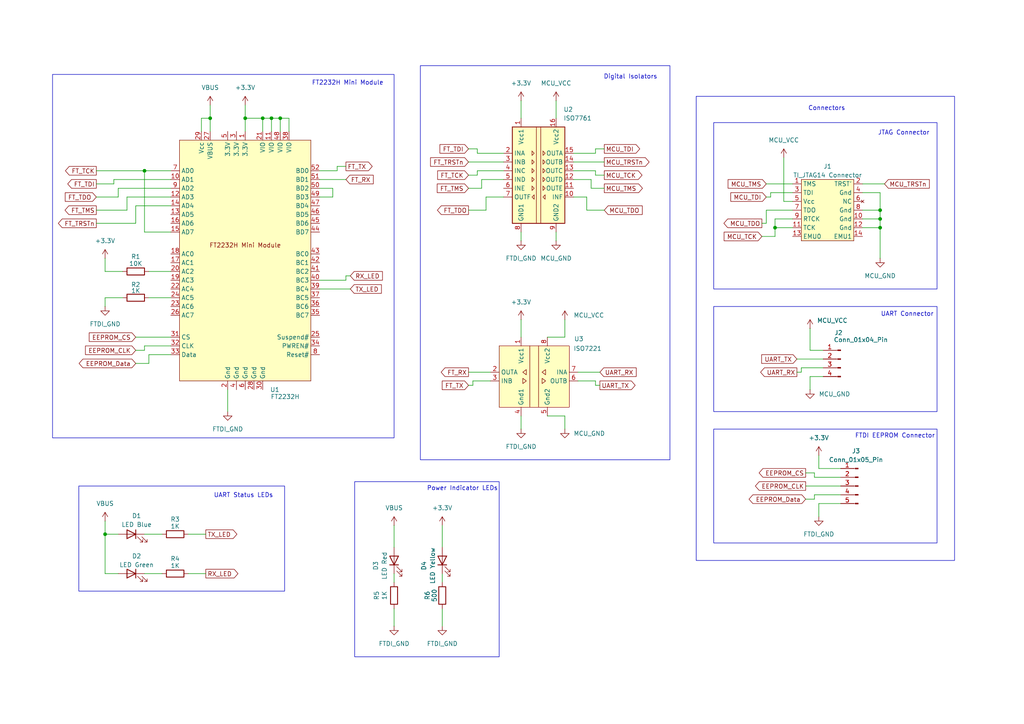
<source format=kicad_sch>
(kicad_sch (version 20250114) (generator "eeschema") (generator_version "9.0")
  (paper "A4")
  (lib_symbols
    (symbol "Connector:Conn_01x04_Pin" (pin_names (offset 1.016) (hide yes))
      (property "Reference" "J" (at 0 5.08 0))
      (property "Value" "Conn_01x04_Pin" (at 0 -7.62 0))
      (symbol "Conn_01x04_Pin_1_1"
        (rectangle (start 0.8636 2.667) (end 0 2.413) (stroke (width 0.1524)) (fill (type outline)))
        (rectangle (start 0.8636 0.127) (end 0 -0.127) (stroke (width 0.1524)) (fill (type outline)))
        (rectangle (start 0.8636 -2.413) (end 0 -2.667) (stroke (width 0.1524)) (fill (type outline)))
        (rectangle (start 0.8636 -4.953) (end 0 -5.207) (stroke (width 0.1524)) (fill (type outline)))
        (polyline (pts (xy 1.27 2.54) (xy 0.8636 2.54)) (stroke (width 0.1524)))
        (polyline (pts (xy 1.27 0) (xy 0.8636 0)) (stroke (width 0.1524)))
        (polyline (pts (xy 1.27 -2.54) (xy 0.8636 -2.54)) (stroke (width 0.1524)))
        (polyline (pts (xy 1.27 -5.08) (xy 0.8636 -5.08)) (stroke (width 0.1524)))
        (pin passive line (at 5.08 2.54 180) (length 3.81) (name "Pin_1") (number "1"))
        (pin passive line (at 5.08 0 180) (length 3.81) (name "Pin_2") (number "2"))
        (pin passive line (at 5.08 -2.54 180) (length 3.81) (name "Pin_3") (number "3"))
        (pin passive line (at 5.08 -5.08 180) (length 3.81) (name "Pin_4") (number "4"))
      )
    )
    (symbol "Connector:Conn_01x05_Pin" (pin_names (offset 1.016) (hide yes))
      (property "Reference" "J" (at 0 7.62 0))
      (property "Value" "Conn_01x05_Pin" (at 0 -7.62 0))
      (symbol "Conn_01x05_Pin_1_1"
        (rectangle (start 0.8636 5.207) (end 0 4.953) (stroke (width 0.1524)) (fill (type outline)))
        (rectangle (start 0.8636 2.667) (end 0 2.413) (stroke (width 0.1524)) (fill (type outline)))
        (rectangle (start 0.8636 0.127) (end 0 -0.127) (stroke (width 0.1524)) (fill (type outline)))
        (rectangle (start 0.8636 -2.413) (end 0 -2.667) (stroke (width 0.1524)) (fill (type outline)))
        (rectangle (start 0.8636 -4.953) (end 0 -5.207) (stroke (width 0.1524)) (fill (type outline)))
        (polyline (pts (xy 1.27 5.08) (xy 0.8636 5.08)) (stroke (width 0.1524)))
        (polyline (pts (xy 1.27 2.54) (xy 0.8636 2.54)) (stroke (width 0.1524)))
        (polyline (pts (xy 1.27 0) (xy 0.8636 0)) (stroke (width 0.1524)))
        (polyline (pts (xy 1.27 -2.54) (xy 0.8636 -2.54)) (stroke (width 0.1524)))
        (polyline (pts (xy 1.27 -5.08) (xy 0.8636 -5.08)) (stroke (width 0.1524)))
        (pin passive line (at 5.08 5.08 180) (length 3.81) (name "Pin_1") (number "1"))
        (pin passive line (at 5.08 2.54 180) (length 3.81) (name "Pin_2") (number "2"))
        (pin passive line (at 5.08 0 180) (length 3.81) (name "Pin_3") (number "3"))
        (pin passive line (at 5.08 -2.54 180) (length 3.81) (name "Pin_4") (number "4"))
        (pin passive line (at 5.08 -5.08 180) (length 3.81) (name "Pin_5") (number "5"))
      )
    )
    (symbol "Connector:Conn_TI_JTAG14"
      (property "Reference" "J" (at 0 0 0))
      (symbol "Conn_TI_JTAG14_1_1"
        (rectangle (start 2.54 29.21) (end 17.78 11.43) (fill (type background)))
        (pin output line (at 0 27.94 0) (length 2.54) (name "TMS") (number "1"))
        (pin output line (at 0 25.4 0) (length 2.54) (name "TDI") (number "3"))
        (pin power_in line (at 0 22.86 0) (length 2.54) (name "Vcc") (number "5"))
        (pin input line (at 0 20.32 0) (length 2.54) (name "TDO") (number "7"))
        (pin input line (at 0 17.78 0) (length 2.54) (name "RTCK") (number "9"))
        (pin output line (at 0 15.24 0) (length 2.54) (name "TCK") (number "11"))
        (pin input line (at 0 12.7 0) (length 2.54) (name "EMU0") (number "13"))
        (pin output line (at 20.32 27.94 180) (length 2.54) (name "TRST'") (number "2"))
        (pin power_in line (at 20.32 25.4 180) (length 2.54) (name "Gnd") (number "4"))
        (pin no_connect line (at 20.32 22.86 180) (length 2.54) (name "NC") (number "6"))
        (pin power_in line (at 20.32 20.32 180) (length 2.54) (name "Gnd") (number "8"))
        (pin power_in line (at 20.32 17.78 180) (length 2.54) (name "Gnd") (number "10"))
        (pin power_in line (at 20.32 15.24 180) (length 2.54) (name "Gnd") (number "12"))
        (pin input line (at 20.32 12.7 180) (length 2.54) (name "EMU1") (number "14"))
      )
    )
    (symbol "Device:LED" (pin_numbers (hide yes)) (pin_names (offset 1.016) (hide yes))
      (property "Reference" "D" (at 0 2.54 0))
      (property "Value" "LED" (at 0 -2.54 0))
      (symbol "LED_0_1"
        (polyline (pts (xy -3.048 -0.762) (xy -4.572 -2.286) (xy -3.81 -2.286) (xy -4.572 -2.286) (xy -4.572 -1.524)))
        (polyline (pts (xy -1.778 -0.762) (xy -3.302 -2.286) (xy -2.54 -2.286) (xy -3.302 -2.286) (xy -3.302 -1.524)))
        (polyline (pts (xy -1.27 0) (xy 1.27 0)))
        (polyline (pts (xy -1.27 -1.27) (xy -1.27 1.27)) (stroke (width 0.254)))
        (polyline (pts (xy 1.27 -1.27) (xy 1.27 1.27) (xy -1.27 0) (xy 1.27 -1.27)) (stroke (width 0.254)))
      )
      (symbol "LED_1_1"
        (pin passive line (at -3.81 0 0) (length 2.54) (name "K") (number "1"))
        (pin passive line (at 3.81 0 180) (length 2.54) (name "A") (number "2"))
      )
    )
    (symbol "Device:R" (pin_numbers (hide yes)) (pin_names (offset 0))
      (property "Reference" "R" (at 2.032 0 90))
      (property "Value" "R" (at 0 0 90))
      (symbol "R_0_1"
        (rectangle (start -1.016 -2.54) (end 1.016 2.54) (stroke (width 0.254)))
      )
      (symbol "R_1_1"
        (pin passive line (at 0 3.81 270) (length 1.27) (name "~") (number "1"))
        (pin passive line (at 0 -3.81 90) (length 1.27) (name "~") (number "2"))
      )
    )
    (symbol "FT2232H_Mini_Module:FT2232H_Mini_Module"
      (property "Reference" "U" (at 54.61 -67.31 0))
      (symbol "FT2232H_Mini_Module_1_1"
        (rectangle (start 34.29 15.24) (end 72.39 -54.61) (fill (type background)))
        (text "FT2232H Mini Module" (at 53.34 -15.24 0) (effects (font (size 1.27 1.27))))
        (pin bidirectional line (at 31.75 6.35 0) (length 2.54) (name "AD0") (number "7"))
        (pin bidirectional line (at 31.75 3.81 0) (length 2.54) (name "AD1") (number "10"))
        (pin bidirectional line (at 31.75 1.27 0) (length 2.54) (name "AD2") (number "9"))
        (pin bidirectional line (at 31.75 -1.27 0) (length 2.54) (name "AD3") (number "12"))
        (pin bidirectional line (at 31.75 -3.81 0) (length 2.54) (name "AD4") (number "14"))
        (pin bidirectional line (at 31.75 -6.35 0) (length 2.54) (name "AD5") (number "13"))
        (pin bidirectional line (at 31.75 -8.89 0) (length 2.54) (name "AD6") (number "16"))
        (pin bidirectional line (at 31.75 -11.43 0) (length 2.54) (name "AD7") (number "15"))
        (pin bidirectional line (at 31.75 -17.78 0) (length 2.54) (name "AC0") (number "18"))
        (pin bidirectional line (at 31.75 -20.32 0) (length 2.54) (name "AC1") (number "17"))
        (pin bidirectional line (at 31.75 -22.86 0) (length 2.54) (name "AC2") (number "20"))
        (pin bidirectional line (at 31.75 -25.4 0) (length 2.54) (name "AC3") (number "19"))
        (pin bidirectional line (at 31.75 -27.94 0) (length 2.54) (name "AC4") (number "22"))
        (pin bidirectional line (at 31.75 -30.48 0) (length 2.54) (name "AC5") (number "24"))
        (pin bidirectional line (at 31.75 -33.02 0) (length 2.54) (name "AC6") (number "23"))
        (pin bidirectional line (at 31.75 -35.56 0) (length 2.54) (name "AC7") (number "26"))
        (pin bidirectional line (at 31.75 -41.91 0) (length 2.54) (name "CS") (number "31"))
        (pin output line (at 31.75 -44.45 0) (length 2.54) (name "CLK") (number "32"))
        (pin bidirectional line (at 31.75 -46.99 0) (length 2.54) (name "Data") (number "33"))
        (pin power_in line (at 40.64 17.78 270) (length 2.54) (name "Vcc") (number "29"))
        (pin power_in line (at 43.18 17.78 270) (length 2.54) (name "VBUS") (number "27"))
        (pin power_in line (at 48.26 17.78 270) (length 2.54) (name "3.3V") (number "5"))
        (pin power_in line (at 48.26 -57.15 90) (length 2.54) (name "Gnd") (number "2"))
        (pin power_in line (at 50.8 17.78 270) (length 2.54) (name "3.3V") (number "3"))
        (pin power_in line (at 50.8 -57.15 90) (length 2.54) (name "Gnd") (number "4"))
        (pin power_in line (at 53.34 17.78 270) (length 2.54) (name "3.3V") (number "1"))
        (pin power_in line (at 53.34 -57.15 90) (length 2.54) (name "Gnd") (number "6"))
        (pin power_in line (at 55.88 -57.15 90) (length 2.54) (name "Gnd") (number "28"))
        (pin power_in line (at 58.42 17.78 270) (length 2.54) (name "VIO") (number "21"))
        (pin power_in line (at 58.42 -57.15 90) (length 2.54) (name "Gnd") (number "30"))
        (pin power_in line (at 60.96 17.78 270) (length 2.54) (name "VIO") (number "11"))
        (pin power_in line (at 63.5 17.78 270) (length 2.54) (name "VIO") (number "48"))
        (pin power_in line (at 66.04 17.78 270) (length 2.54) (name "VIO") (number "38"))
        (pin bidirectional line (at 74.93 6.35 180) (length 2.54) (name "BD0") (number "52"))
        (pin bidirectional line (at 74.93 3.81 180) (length 2.54) (name "BD1") (number "51"))
        (pin bidirectional line (at 74.93 1.27 180) (length 2.54) (name "BD2") (number "50"))
        (pin bidirectional line (at 74.93 -1.27 180) (length 2.54) (name "BD3") (number "49"))
        (pin bidirectional line (at 74.93 -3.81 180) (length 2.54) (name "BD4") (number "47"))
        (pin bidirectional line (at 74.93 -6.35 180) (length 2.54) (name "BD5") (number "46"))
        (pin bidirectional line (at 74.93 -8.89 180) (length 2.54) (name "BD6") (number "45"))
        (pin bidirectional line (at 74.93 -11.43 180) (length 2.54) (name "BD7") (number "44"))
        (pin bidirectional line (at 74.93 -17.78 180) (length 2.54) (name "BC0") (number "43"))
        (pin bidirectional line (at 74.93 -20.32 180) (length 2.54) (name "BC1") (number "42"))
        (pin bidirectional line (at 74.93 -22.86 180) (length 2.54) (name "BC2") (number "41"))
        (pin bidirectional line (at 74.93 -25.4 180) (length 2.54) (name "BC3") (number "40"))
        (pin bidirectional line (at 74.93 -27.94 180) (length 2.54) (name "BC4") (number "39"))
        (pin bidirectional line (at 74.93 -30.48 180) (length 2.54) (name "BC5") (number "37"))
        (pin bidirectional line (at 74.93 -33.02 180) (length 2.54) (name "BC6") (number "36"))
        (pin bidirectional line (at 74.93 -35.56 180) (length 2.54) (name "BC7") (number "35"))
        (pin output line (at 74.93 -41.91 180) (length 2.54) (name "Suspend#") (number "25"))
        (pin output line (at 74.93 -44.45 180) (length 2.54) (name "PWREN#") (number "34"))
        (pin input line (at 74.93 -46.99 180) (length 2.54) (name "Reset#") (number "8"))
      )
    )
    (symbol "Isolator:ISO7221"
      (property "Reference" "U" (at 0 0 0))
      (symbol "ISO7221_1_1"
        (rectangle (start 2.54 13.97) (end 22.86 -3.81) (fill (type background)))
        (polyline (pts (xy 8.89 3.81) (xy 8.89 3.81)))
        (polyline (pts (xy 9.398 6.35) (xy 10.414 7.112) (xy 10.414 5.588) (xy 9.398 6.35)))
        (polyline (pts (xy 10.414 3.81) (xy 9.398 4.572) (xy 9.398 3.048) (xy 10.414 3.81)))
        (polyline (pts (xy 11.43 -3.81) (xy 11.43 13.97)))
        (polyline (pts (xy 13.97 13.97) (xy 13.97 -3.81)))
        (polyline (pts (xy 14.478 3.81) (xy 14.478 3.81)))
        (polyline (pts (xy 14.986 6.35) (xy 16.002 7.112) (xy 16.002 5.588) (xy 14.986 6.35)))
        (polyline (pts (xy 16.002 3.81) (xy 14.986 4.572) (xy 14.986 3.048) (xy 16.002 3.81)))
        (pin output line (at 0 6.35 0) (length 2.54) (name "OUTA") (number "2"))
        (pin input line (at 0 3.81 0) (length 2.54) (name "INB") (number "3"))
        (pin power_in line (at 8.89 16.51 270) (length 2.54) (name "Vcc1") (number "1"))
        (pin power_in line (at 8.89 -6.35 90) (length 2.54) (name "Gnd1") (number "4"))
        (pin power_in line (at 16.51 16.51 270) (length 2.54) (name "Vcc2") (number "8"))
        (pin power_in line (at 16.51 -6.35 90) (length 2.54) (name "Gnd2") (number "5"))
        (pin input line (at 25.4 6.35 180) (length 2.54) (name "INA") (number "7"))
        (pin output line (at 25.4 3.81 180) (length 2.54) (name "OUTB") (number "6"))
      )
    )
    (symbol "Isolator:ISO7761DBQ"
      (property "Reference" "U" (at 8.255 14.605 0))
      (property "Value" "ISO7761DBQ" (at 8.255 12.065 0))
      (symbol "ISO7761DBQ_0_1"
        (rectangle (start -7.62 15.24) (end 7.62 -12.7) (stroke (width 0.254)) (fill (type background)))
        (polyline (pts (xy -1.905 8.255) (xy -1.27 7.62) (xy -1.905 6.985) (xy -1.905 8.255)))
        (polyline (pts (xy -0.635 15.24) (xy -0.635 -12.7)))
        (polyline (pts (xy 0.635 15.24) (xy 0.635 -12.7)))
        (polyline (pts (xy 1.27 8.255) (xy 1.905 7.62) (xy 1.27 6.985) (xy 1.27 8.255)))
      )
      (symbol "ISO7761DBQ_1_1"
        (polyline (pts (xy -1.905 5.715) (xy -1.27 5.08) (xy -1.905 4.445) (xy -1.905 5.715)))
        (polyline (pts (xy -1.905 3.175) (xy -1.27 2.54) (xy -1.905 1.905) (xy -1.905 3.175)))
        (polyline (pts (xy -1.905 0.635) (xy -1.27 0) (xy -1.905 -0.635) (xy -1.905 0.635)))
        (polyline (pts (xy -1.905 -1.905) (xy -1.27 -2.54) (xy -1.905 -3.175) (xy -1.905 -1.905)))
        (polyline (pts (xy -1.27 -4.445) (xy -1.905 -5.08) (xy -1.27 -5.715) (xy -1.27 -4.445)))
        (polyline (pts (xy 1.27 5.715) (xy 1.905 5.08) (xy 1.27 4.445) (xy 1.27 5.715)))
        (polyline (pts (xy 1.27 3.175) (xy 1.905 2.54) (xy 1.27 1.905) (xy 1.27 3.175)))
        (polyline (pts (xy 1.27 0.635) (xy 1.905 0) (xy 1.27 -0.635) (xy 1.27 0.635)))
        (polyline (pts (xy 1.27 -1.905) (xy 1.905 -2.54) (xy 1.27 -3.175) (xy 1.27 -1.905)))
        (polyline (pts (xy 1.905 -4.445) (xy 1.27 -5.08) (xy 1.905 -5.715) (xy 1.905 -4.445)))
        (pin input line (at -10.16 7.62 0) (length 2.54) (name "INA") (number "2"))
        (pin input line (at -10.16 5.08 0) (length 2.54) (name "INB") (number "3"))
        (pin input line (at -10.16 2.54 0) (length 2.54) (name "INC") (number "4"))
        (pin input line (at -10.16 0 0) (length 2.54) (name "IND") (number "5"))
        (pin input line (at -10.16 -2.54 0) (length 2.54) (name "INE") (number "6"))
        (pin output line (at -10.16 -5.08 0) (length 2.54) (name "OUTF") (number "7"))
        (pin power_in line (at -5.08 17.78 270) (length 2.54) (name "Vcc1") (number "1"))
        (pin power_in line (at -5.08 -15.24 90) (length 2.54) (name "GND1") (number "8"))
        (pin power_in line (at 5.08 17.78 270) (length 2.54) (name "Vcc2") (number "16"))
        (pin power_in line (at 5.08 -15.24 90) (length 2.54) (name "GND2") (number "9"))
        (pin output line (at 10.16 7.62 180) (length 2.54) (name "OUTA") (number "15"))
        (pin output line (at 10.16 5.08 180) (length 2.54) (name "OUTB") (number "14"))
        (pin output line (at 10.16 2.54 180) (length 2.54) (name "OUTC") (number "13"))
        (pin output line (at 10.16 0 180) (length 2.54) (name "OUTD") (number "12"))
        (pin output line (at 10.16 -2.54 180) (length 2.54) (name "OUTE") (number "11"))
        (pin input line (at 10.16 -5.08 180) (length 2.54) (name "INF") (number "10"))
      )
    )
    (symbol "power:+3.3V" (power) (pin_numbers (hide yes)) (pin_names (offset 0) (hide yes))
      (property "Value" "+3.3V" (at 0 3.556 0))
      (symbol "+3.3V_0_1"
        (polyline (pts (xy -0.762 1.27) (xy 0 2.54)))
        (polyline (pts (xy 0 2.54) (xy 0.762 1.27)))
        (polyline (pts (xy 0 0) (xy 0 2.54)))
      )
      (symbol "+3.3V_1_1"
        (pin power_in line (at 0 0 90) (length 0) (name "~") (number "1"))
      )
    )
    (symbol "power:GND1" (power) (pin_numbers (hide yes)) (pin_names (offset 0) (hide yes))
      (property "Value" "GND1" (at 0 -3.81 0))
      (symbol "GND1_0_1"
        (polyline (pts (xy 0 0) (xy 0 -1.27) (xy 1.27 -1.27) (xy 0 -2.54) (xy -1.27 -1.27) (xy 0 -1.27)))
      )
      (symbol "GND1_1_1"
        (pin power_in line (at 0 0 270) (length 0) (name "~") (number "1"))
      )
    )
    (symbol "power:GND2" (power) (pin_numbers (hide yes)) (pin_names (offset 0) (hide yes))
      (property "Value" "GND2" (at 0 -3.81 0))
      (symbol "GND2_0_1"
        (polyline (pts (xy 0 0) (xy 0 -1.27) (xy 1.27 -1.27) (xy 0 -2.54) (xy -1.27 -1.27) (xy 0 -1.27)))
      )
      (symbol "GND2_1_1"
        (pin power_in line (at 0 0 270) (length 0) (name "~") (number "1"))
      )
    )
    (symbol "power:VBUS" (power) (pin_numbers (hide yes)) (pin_names (offset 0) (hide yes))
      (property "Value" "VBUS" (at 0 3.556 0))
      (symbol "VBUS_0_1"
        (polyline (pts (xy -0.762 1.27) (xy 0 2.54)))
        (polyline (pts (xy 0 2.54) (xy 0.762 1.27)))
        (polyline (pts (xy 0 0) (xy 0 2.54)))
      )
      (symbol "VBUS_1_1"
        (pin power_in line (at 0 0 90) (length 0) (name "~") (number "1"))
      )
    )
    (symbol "power:VCC" (power) (pin_numbers (hide yes)) (pin_names (offset 0) (hide yes))
      (property "Value" "VCC" (at 0 3.556 0))
      (symbol "VCC_0_1"
        (polyline (pts (xy -0.762 1.27) (xy 0 2.54)))
        (polyline (pts (xy 0 2.54) (xy 0.762 1.27)))
        (polyline (pts (xy 0 0) (xy 0 2.54)))
      )
      (symbol "VCC_1_1"
        (pin power_in line (at 0 0 90) (length 0) (name "~") (number "1"))
      )
    )
  )
  (rectangle (start 207.01 124.46) (end 271.78 157.48))
  (rectangle (start 22.86 140.97) (end 82.55 171.45))
  (rectangle (start 201.93 27.94) (end 276.86 162.56))
  (rectangle (start 121.92 19.05) (end 194.31 133.35))
  (rectangle (start 15.24 21.59) (end 114.3 127))
  (rectangle (start 207.01 88.9) (end 271.78 119.38))
  (rectangle (start 102.87 139.7) (end 144.78 190.5))
  (rectangle (start 207.01 35.56) (end 271.78 83.82))
  (text "JTAG Connector" (at 262.128 38.608 0) (effects (font (size 1.27 1.27))))
  (text "UART Connector" (at 263.144 91.186 0) (effects (font (size 1.27 1.27))))
  (text "FTDI EEPROM Connector" (at 259.588 126.492 0) (effects (font (size 1.27 1.27))))
  (text "UART Status LEDs" (at 70.612 143.764 0) (effects (font (size 1.27 1.27))))
  (text "Digital Isolators" (at 182.88 22.352 0) (effects (font (size 1.27 1.27))))
  (text "FT2232H Mini Module" (at 100.838 24.13 0) (effects (font (size 1.27 1.27))))
  (text "Connectors" (at 239.776 31.496 0) (effects (font (size 1.27 1.27))))
  (text "Power Indicator LEDs" (at 134.112 141.732 0) (effects (font (size 1.27 1.27))))
  (junction (at 255.27 66.04))
  (junction (at 71.12 34.29))
  (junction (at 255.27 63.5))
  (junction (at 81.28 34.29))
  (junction (at 255.27 60.96))
  (junction (at 30.48 154.94))
  (junction (at 76.2 34.29))
  (junction (at 78.74 34.29))
  (junction (at 41.91 49.53))
  (junction (at 224.79 66.04))
  (junction (at 60.96 34.29))
  (wire (pts (xy 39.37 101.6) (xy 41.91 101.6)))
  (wire (pts (xy 172.72 110.49) (xy 172.72 111.76)))
  (wire (pts (xy 58.42 34.29) (xy 60.96 34.29)))
  (wire (pts (xy 255.27 63.5) (xy 255.27 66.04)))
  (wire (pts (xy 49.53 67.31) (xy 41.91 67.31)))
  (wire (pts (xy 41.91 101.6) (xy 41.91 100.33)))
  (wire (pts (xy 234.95 113.03) (xy 234.95 109.22)))
  (wire (pts (xy 232.41 107.95) (xy 232.41 106.68)))
  (wire (pts (xy 163.83 120.65) (xy 158.75 120.65)))
  (wire (pts (xy 39.37 59.69) (xy 49.53 59.69)))
  (wire (pts (xy 234.95 101.6) (xy 238.76 101.6)))
  (wire (pts (xy 81.28 34.29) (xy 78.74 34.29)))
  (wire (pts (xy 30.48 166.37) (xy 30.48 154.94)))
  (wire (pts (xy 237.49 146.05) (xy 243.84 146.05)))
  (wire (pts (xy 151.13 67.31) (xy 151.13 69.85)))
  (wire (pts (xy 43.18 78.74) (xy 49.53 78.74)))
  (wire (pts (xy 135.89 43.18) (xy 138.43 43.18)))
  (wire (pts (xy 236.22 138.43) (xy 243.84 138.43)))
  (wire (pts (xy 34.29 57.15) (xy 34.29 54.61)))
  (wire (pts (xy 128.27 152.4) (xy 128.27 158.75)))
  (wire (pts (xy 229.87 60.96) (xy 222.25 60.96)))
  (wire (pts (xy 41.91 67.31) (xy 41.91 49.53)))
  (wire (pts (xy 36.83 57.15) (xy 49.53 57.15)))
  (wire (pts (xy 76.2 38.1) (xy 76.2 34.29)))
  (wire (pts (xy 137.16 110.49) (xy 142.24 110.49)))
  (wire (pts (xy 234.95 109.22) (xy 238.76 109.22)))
  (wire (pts (xy 234.95 95.25) (xy 234.95 101.6)))
  (wire (pts (xy 97.79 48.26) (xy 100.33 48.26)))
  (wire (pts (xy 27.94 64.77) (xy 39.37 64.77)))
  (wire (pts (xy 58.42 38.1) (xy 58.42 34.29)))
  (wire (pts (xy 163.83 120.65) (xy 163.83 124.46)))
  (wire (pts (xy 128.27 166.37) (xy 128.27 168.91)))
  (wire (pts (xy 128.27 176.53) (xy 128.27 181.61)))
  (wire (pts (xy 34.29 54.61) (xy 49.53 54.61)))
  (wire (pts (xy 39.37 105.41) (xy 43.18 105.41)))
  (wire (pts (xy 54.61 154.94) (xy 59.69 154.94)))
  (wire (pts (xy 233.68 137.16) (xy 236.22 137.16)))
  (wire (pts (xy 92.71 54.61) (xy 96.52 54.61)))
  (wire (pts (xy 220.98 68.58) (xy 224.79 68.58)))
  (wire (pts (xy 39.37 97.79) (xy 49.53 97.79)))
  (wire (pts (xy 163.83 92.71) (xy 163.83 97.79)))
  (wire (pts (xy 255.27 60.96) (xy 255.27 63.5)))
  (wire (pts (xy 54.61 166.37) (xy 59.69 166.37)))
  (wire (pts (xy 114.3 166.37) (xy 114.3 168.91)))
  (wire (pts (xy 92.71 52.07) (xy 100.33 52.07)))
  (wire (pts (xy 224.79 63.5) (xy 229.87 63.5)))
  (wire (pts (xy 151.13 29.21) (xy 151.13 34.29)))
  (wire (pts (xy 27.94 60.96) (xy 36.83 60.96)))
  (wire (pts (xy 250.19 63.5) (xy 255.27 63.5)))
  (wire (pts (xy 222.25 60.96) (xy 222.25 64.77)))
  (wire (pts (xy 35.56 86.36) (xy 30.48 86.36)))
  (wire (pts (xy 171.45 54.61) (xy 175.26 54.61)))
  (wire (pts (xy 138.43 43.18) (xy 138.43 44.45)))
  (wire (pts (xy 78.74 38.1) (xy 78.74 34.29)))
  (wire (pts (xy 224.79 68.58) (xy 224.79 66.04)))
  (wire (pts (xy 224.79 66.04) (xy 229.87 66.04)))
  (wire (pts (xy 232.41 106.68) (xy 238.76 106.68)))
  (wire (pts (xy 27.94 53.34) (xy 33.02 53.34)))
  (wire (pts (xy 255.27 55.88) (xy 255.27 60.96)))
  (wire (pts (xy 222.25 53.34) (xy 229.87 53.34)))
  (wire (pts (xy 140.97 57.15) (xy 146.05 57.15)))
  (wire (pts (xy 172.72 111.76) (xy 173.99 111.76)))
  (wire (pts (xy 138.43 49.53) (xy 146.05 49.53)))
  (wire (pts (xy 255.27 66.04) (xy 250.19 66.04)))
  (wire (pts (xy 224.79 66.04) (xy 224.79 63.5)))
  (wire (pts (xy 30.48 78.74) (xy 35.56 78.74)))
  (wire (pts (xy 43.18 105.41) (xy 43.18 102.87)))
  (wire (pts (xy 255.27 66.04) (xy 255.27 74.93)))
  (wire (pts (xy 96.52 57.15) (xy 92.71 57.15)))
  (wire (pts (xy 71.12 30.48) (xy 71.12 34.29)))
  (wire (pts (xy 236.22 144.78) (xy 236.22 143.51)))
  (wire (pts (xy 97.79 49.53) (xy 97.79 48.26)))
  (wire (pts (xy 167.64 110.49) (xy 172.72 110.49)))
  (wire (pts (xy 166.37 46.99) (xy 175.26 46.99)))
  (wire (pts (xy 135.89 54.61) (xy 139.7 54.61)))
  (wire (pts (xy 161.29 67.31) (xy 161.29 69.85)))
  (wire (pts (xy 27.94 57.15) (xy 34.29 57.15)))
  (wire (pts (xy 222.25 57.15) (xy 223.52 57.15)))
  (wire (pts (xy 135.89 46.99) (xy 146.05 46.99)))
  (wire (pts (xy 135.89 50.8) (xy 138.43 50.8)))
  (wire (pts (xy 92.71 83.82) (xy 101.6 83.82)))
  (wire (pts (xy 139.7 52.07) (xy 146.05 52.07)))
  (wire (pts (xy 96.52 54.61) (xy 96.52 57.15)))
  (wire (pts (xy 92.71 49.53) (xy 97.79 49.53)))
  (wire (pts (xy 231.14 104.14) (xy 238.76 104.14)))
  (wire (pts (xy 81.28 38.1) (xy 81.28 34.29)))
  (wire (pts (xy 66.04 113.03) (xy 66.04 119.38)))
  (wire (pts (xy 233.68 144.78) (xy 236.22 144.78)))
  (wire (pts (xy 171.45 52.07) (xy 171.45 54.61)))
  (wire (pts (xy 137.16 111.76) (xy 137.16 110.49)))
  (wire (pts (xy 237.49 132.08) (xy 237.49 135.89)))
  (wire (pts (xy 138.43 50.8) (xy 138.43 49.53)))
  (wire (pts (xy 250.19 60.96) (xy 255.27 60.96)))
  (wire (pts (xy 167.64 107.95) (xy 173.99 107.95)))
  (wire (pts (xy 172.72 44.45) (xy 172.72 43.18)))
  (wire (pts (xy 161.29 29.21) (xy 161.29 34.29)))
  (wire (pts (xy 101.6 80.01) (xy 100.33 80.01)))
  (wire (pts (xy 39.37 64.77) (xy 39.37 59.69)))
  (wire (pts (xy 100.33 81.28) (xy 92.71 81.28)))
  (wire (pts (xy 41.91 49.53) (xy 49.53 49.53)))
  (wire (pts (xy 170.18 60.96) (xy 175.26 60.96)))
  (wire (pts (xy 41.91 154.94) (xy 46.99 154.94)))
  (wire (pts (xy 236.22 143.51) (xy 243.84 143.51)))
  (wire (pts (xy 30.48 86.36) (xy 30.48 88.9)))
  (wire (pts (xy 233.68 140.97) (xy 243.84 140.97)))
  (wire (pts (xy 166.37 57.15) (xy 170.18 57.15)))
  (wire (pts (xy 138.43 44.45) (xy 146.05 44.45)))
  (wire (pts (xy 83.82 34.29) (xy 81.28 34.29)))
  (wire (pts (xy 100.33 80.01) (xy 100.33 81.28)))
  (wire (pts (xy 158.75 97.79) (xy 163.83 97.79)))
  (wire (pts (xy 135.89 111.76) (xy 137.16 111.76)))
  (wire (pts (xy 76.2 34.29) (xy 71.12 34.29)))
  (wire (pts (xy 71.12 34.29) (xy 71.12 38.1)))
  (wire (pts (xy 172.72 49.53) (xy 172.72 50.8)))
  (wire (pts (xy 166.37 52.07) (xy 171.45 52.07)))
  (wire (pts (xy 135.89 107.95) (xy 142.24 107.95)))
  (wire (pts (xy 30.48 74.93) (xy 30.48 78.74)))
  (wire (pts (xy 166.37 49.53) (xy 172.72 49.53)))
  (wire (pts (xy 237.49 135.89) (xy 243.84 135.89)))
  (wire (pts (xy 27.94 49.53) (xy 41.91 49.53)))
  (wire (pts (xy 166.37 44.45) (xy 172.72 44.45)))
  (wire (pts (xy 36.83 60.96) (xy 36.83 57.15)))
  (wire (pts (xy 30.48 151.13) (xy 30.48 154.94)))
  (wire (pts (xy 231.14 107.95) (xy 232.41 107.95)))
  (wire (pts (xy 33.02 52.07) (xy 49.53 52.07)))
  (wire (pts (xy 250.19 53.34) (xy 256.54 53.34)))
  (wire (pts (xy 30.48 154.94) (xy 34.29 154.94)))
  (wire (pts (xy 60.96 30.48) (xy 60.96 34.29)))
  (wire (pts (xy 237.49 149.86) (xy 237.49 146.05)))
  (wire (pts (xy 83.82 38.1) (xy 83.82 34.29)))
  (wire (pts (xy 135.89 60.96) (xy 140.97 60.96)))
  (wire (pts (xy 223.52 55.88) (xy 229.87 55.88)))
  (wire (pts (xy 250.19 55.88) (xy 255.27 55.88)))
  (wire (pts (xy 222.25 64.77) (xy 220.98 64.77)))
  (wire (pts (xy 34.29 166.37) (xy 30.48 166.37)))
  (wire (pts (xy 114.3 152.4) (xy 114.3 158.75)))
  (wire (pts (xy 78.74 34.29) (xy 76.2 34.29)))
  (wire (pts (xy 43.18 102.87) (xy 49.53 102.87)))
  (wire (pts (xy 33.02 53.34) (xy 33.02 52.07)))
  (wire (pts (xy 170.18 57.15) (xy 170.18 60.96)))
  (wire (pts (xy 43.18 86.36) (xy 49.53 86.36)))
  (wire (pts (xy 151.13 92.71) (xy 151.13 97.79)))
  (wire (pts (xy 236.22 137.16) (xy 236.22 138.43)))
  (wire (pts (xy 151.13 120.65) (xy 151.13 124.46)))
  (wire (pts (xy 172.72 50.8) (xy 175.26 50.8)))
  (wire (pts (xy 114.3 176.53) (xy 114.3 181.61)))
  (wire (pts (xy 172.72 43.18) (xy 175.26 43.18)))
  (wire (pts (xy 140.97 60.96) (xy 140.97 57.15)))
  (wire (pts (xy 223.52 57.15) (xy 223.52 55.88)))
  (wire (pts (xy 227.33 58.42) (xy 229.87 58.42)))
  (wire (pts (xy 41.91 166.37) (xy 46.99 166.37)))
  (wire (pts (xy 60.96 34.29) (xy 60.96 38.1)))
  (wire (pts (xy 139.7 54.61) (xy 139.7 52.07)))
  (wire (pts (xy 41.91 100.33) (xy 49.53 100.33)))
  (wire (pts (xy 227.33 45.72) (xy 227.33 58.42)))
  (global_label "FT_TCK" (shape output) (at 27.94 49.53 180) (property "Intersheetrefs" "${INTERSHEET_REFS}" (effects (hide yes))))
  (global_label "FT_TDI" (shape output) (at 27.94 53.34 180) (property "Intersheetrefs" "${INTERSHEET_REFS}" (effects (hide yes))))
  (global_label "FT_TDI" (shape input) (at 135.89 43.18 180) (property "Intersheetrefs" "${INTERSHEET_REFS}" (effects (hide yes))))
  (global_label "FT_TMS" (shape output) (at 27.94 60.96 180) (property "Intersheetrefs" "${INTERSHEET_REFS}" (effects (hide yes))))
  (global_label "MCU_TRSTn" (shape input) (at 256.54 53.34 0) (property "Intersheetrefs" "${INTERSHEET_REFS}" (effects (hide yes))))
  (global_label "FT_RX" (shape input) (at 100.33 52.07 0) (property "Intersheetrefs" "${INTERSHEET_REFS}" (effects (hide yes))))
  (global_label "MCU_TDO" (shape input) (at 175.26 60.96 0) (property "Intersheetrefs" "${INTERSHEET_REFS}" (effects (hide yes))))
  (global_label "MCU_TCK" (shape output) (at 175.26 50.8 0) (property "Intersheetrefs" "${INTERSHEET_REFS}" (effects (hide yes))))
  (global_label "RX_LED" (shape input) (at 101.6 80.01 0) (property "Intersheetrefs" "${INTERSHEET_REFS}" (effects (hide yes))))
  (global_label "UART_RX" (shape input) (at 173.99 107.95 0) (property "Intersheetrefs" "${INTERSHEET_REFS}" (effects (hide yes))))
  (global_label "EEPROM_CLK" (shape input) (at 39.37 101.6 180) (property "Intersheetrefs" "${INTERSHEET_REFS}" (effects (hide yes))))
  (global_label "MCU_TCK" (shape input) (at 220.98 68.58 180) (property "Intersheetrefs" "${INTERSHEET_REFS}" (effects (hide yes))))
  (global_label "FT_TX" (shape input) (at 135.89 111.76 180) (property "Intersheetrefs" "${INTERSHEET_REFS}" (effects (hide yes))))
  (global_label "MCU_TRSTn" (shape output) (at 175.26 46.99 0) (property "Intersheetrefs" "${INTERSHEET_REFS}" (effects (hide yes))))
  (global_label "MCU_TDI" (shape output) (at 175.26 43.18 0) (property "Intersheetrefs" "${INTERSHEET_REFS}" (effects (hide yes))))
  (global_label "MCU_TDO" (shape output) (at 220.98 64.77 180) (property "Intersheetrefs" "${INTERSHEET_REFS}" (effects (hide yes))))
  (global_label "UART_RX" (shape output) (at 231.14 107.95 180) (property "Intersheetrefs" "${INTERSHEET_REFS}" (effects (hide yes))))
  (global_label "MCU_TMS" (shape input) (at 222.25 53.34 180) (property "Intersheetrefs" "${INTERSHEET_REFS}" (effects (hide yes))))
  (global_label "FT_TRSTn" (shape output) (at 27.94 64.77 180) (property "Intersheetrefs" "${INTERSHEET_REFS}" (effects (hide yes))))
  (global_label "FT_TX" (shape output) (at 100.33 48.26 0) (property "Intersheetrefs" "${INTERSHEET_REFS}" (effects (hide yes))))
  (global_label "MCU_TMS" (shape output) (at 175.26 54.61 0) (property "Intersheetrefs" "${INTERSHEET_REFS}" (effects (hide yes))))
  (global_label "UART_TX" (shape output) (at 173.99 111.76 0) (property "Intersheetrefs" "${INTERSHEET_REFS}" (effects (hide yes))))
  (global_label "FT_TDO" (shape input) (at 27.94 57.15 180) (property "Intersheetrefs" "${INTERSHEET_REFS}" (effects (hide yes))))
  (global_label "RX_LED" (shape output) (at 59.69 166.37 0) (property "Intersheetrefs" "${INTERSHEET_REFS}" (effects (hide yes))))
  (global_label "FT_RX" (shape output) (at 135.89 107.95 180) (property "Intersheetrefs" "${INTERSHEET_REFS}" (effects (hide yes))))
  (global_label "TX_LED" (shape output) (at 59.69 154.94 0) (property "Intersheetrefs" "${INTERSHEET_REFS}" (effects (hide yes))))
  (global_label "MCU_TDI" (shape input) (at 222.25 57.15 180) (property "Intersheetrefs" "${INTERSHEET_REFS}" (effects (hide yes))))
  (global_label "FT_TRSTn" (shape input) (at 135.89 46.99 180) (property "Intersheetrefs" "${INTERSHEET_REFS}" (effects (hide yes))))
  (global_label "UART_TX" (shape input) (at 231.14 104.14 180) (property "Intersheetrefs" "${INTERSHEET_REFS}" (effects (hide yes))))
  (global_label "FT_TCK" (shape input) (at 135.89 50.8 180) (property "Intersheetrefs" "${INTERSHEET_REFS}" (effects (hide yes))))
  (global_label "TX_LED" (shape input) (at 101.6 83.82 0) (property "Intersheetrefs" "${INTERSHEET_REFS}" (effects (hide yes))))
  (global_label "FT_TDO" (shape output) (at 135.89 60.96 180) (property "Intersheetrefs" "${INTERSHEET_REFS}" (effects (hide yes))))
  (global_label "EEPROM_Data" (shape bidirectional) (at 39.37 105.41 180) (property "Intersheetrefs" "${INTERSHEET_REFS}" (effects (hide yes))))
  (global_label "EEPROM_Data" (shape bidirectional) (at 233.68 144.78 180) (property "Intersheetrefs" "${INTERSHEET_REFS}" (effects (hide yes))))
  (global_label "EEPROM_CS" (shape output) (at 233.68 137.16 180) (property "Intersheetrefs" "${INTERSHEET_REFS}" (effects (hide yes))))
  (global_label "EEPROM_CS" (shape input) (at 39.37 97.79 180) (property "Intersheetrefs" "${INTERSHEET_REFS}" (effects (hide yes))))
  (global_label "EEPROM_CLK" (shape output) (at 233.68 140.97 180) (property "Intersheetrefs" "${INTERSHEET_REFS}" (effects (hide yes))))
  (global_label "FT_TMS" (shape input) (at 135.89 54.61 180) (property "Intersheetrefs" "${INTERSHEET_REFS}" (effects (hide yes))))
  (symbol (lib_id "Device:R") (at 50.8 166.37 270) (unit 1)
    (property "Reference" "R4" (at 50.8 162.052 90))
    (property "Value" "1K" (at 50.8 164.084 90))
    (property "Footprint" "Resistor_THT:R_Axial_DIN0207_L6.3mm_D2.5mm_P10.16mm_Horizontal" (effects (hide yes)))
    (property "Description" "Resistor" (effects (hide yes)))
  )
  (symbol (lib_id "power:GND1") (at 151.13 69.85 0) (unit 1)
    (property "Reference" "#PWR04" (effects (hide yes)))
    (property "Value" "FTDI_GND" (at 151.13 74.93 0))
    (property "Description" "Power symbol creates a global label with name \"GND1\" , ground" (effects (hide yes)))
  )
  (symbol (lib_id "Connector:Conn_TI_JTAG14") (at 229.87 81.28 0) (unit 1)
    (property "Reference" "J1" (at 240.03 48.26 0))
    (property "Value" "TI_JTAG14 Connector" (at 240.03 50.8 0))
    (property "Footprint" "JTAG_Connector:Connector_TI_JTAG14" (effects (hide yes)))
  )
  (symbol (lib_id "power:+3.3V") (at 237.49 132.08 0) (unit 1)
    (property "Reference" "#PWR011" (effects (hide yes)))
    (property "Value" "+3.3V" (at 237.49 127 0))
    (property "Description" "Power symbol creates a global label with name \"+3.3V\"" (effects (hide yes)))
  )
  (symbol (lib_id "power:GND2") (at 163.83 124.46 0) (unit 1)
    (property "Reference" "#PWR016" (effects (hide yes)))
    (property "Value" "MCU_GND" (at 166.37 125.7299 0) (effects (justify left)))
    (property "Description" "Power symbol creates a global label with name \"GND2\" , ground" (effects (hide yes)))
  )
  (symbol (lib_id "power:+3.3V") (at 151.13 92.71 0) (unit 1)
    (property "Reference" "#PWR03" (effects (hide yes)))
    (property "Value" "+3.3V" (at 151.13 87.63 0))
    (property "Description" "Power symbol creates a global label with name \"+3.3V\"" (effects (hide yes)))
  )
  (symbol (lib_id "Connector:Conn_01x04_Pin") (at 243.84 104.14 0) (mirror y) (unit 1)
    (property "Reference" "J2" (at 243.205 96.52 0))
    (property "Value" "Conn_01x04_Pin" (at 249.682 98.552 0))
    (property "Footprint" "Connector_PinHeader_2.54mm:PinHeader_1x04_P2.54mm_Vertical" (effects (hide yes)))
    (property "Description" "Generic connector, single row, 01x04, script generated" (effects (hide yes)))
  )
  (symbol (lib_id "power:VCC") (at 227.33 45.72 0) (unit 1)
    (property "Reference" "#PWR010" (effects (hide yes)))
    (property "Value" "MCU_VCC" (at 227.33 40.64 0))
    (property "Description" "Power symbol creates a global label with name \"VCC\"" (effects (hide yes)))
  )
  (symbol (lib_id "power:GND1") (at 128.27 181.61 0) (unit 1)
    (property "Reference" "#PWR024" (effects (hide yes)))
    (property "Value" "FTDI_GND" (at 128.27 186.69 0))
    (property "Description" "Power symbol creates a global label with name \"GND1\" , ground" (effects (hide yes)))
  )
  (symbol (lib_id "power:VBUS") (at 114.3 152.4 0) (unit 1)
    (property "Reference" "#PWR021" (effects (hide yes)))
    (property "Value" "VBUS" (at 114.3 147.32 0))
    (property "Description" "Power symbol creates a global label with name \"VBUS\"" (effects (hide yes)))
  )
  (symbol (lib_id "Isolator:ISO7221") (at 142.24 114.3 0) (unit 1)
    (property "Reference" "U3" (at 167.894 98.298 0))
    (property "Value" "ISO7221" (at 170.434 101.092 0))
    (property "Footprint" "SOIC-DIP:SOIC_8-DIP" (effects (hide yes)))
  )
  (symbol (lib_id "Device:LED") (at 38.1 166.37 0) (mirror y) (unit 1)
    (property "Reference" "D2" (at 39.624 161.29 0))
    (property "Value" "LED Green" (at 39.624 163.83 0))
    (property "Footprint" "LED_THT:LED_D5.0mm" (effects (hide yes)))
    (property "Description" "Light emitting diode" (effects (hide yes)))
    (property "Sim.Pins" "1=K 2=A" (effects (hide yes)))
  )
  (symbol (lib_id "power:GND1") (at 151.13 124.46 0) (unit 1)
    (property "Reference" "#PWR05" (effects (hide yes)))
    (property "Value" "FTDI_GND" (at 151.13 129.54 0))
    (property "Description" "Power symbol creates a global label with name \"GND1\" , ground" (effects (hide yes)))
  )
  (symbol (lib_id "Device:R") (at 39.37 86.36 270) (unit 1)
    (property "Reference" "R2" (at 39.37 82.55 90))
    (property "Value" "1K" (at 39.37 84.328 90))
    (property "Footprint" "Resistor_THT:R_Axial_DIN0207_L6.3mm_D2.5mm_P10.16mm_Horizontal" (effects (hide yes)))
    (property "Description" "Resistor" (effects (hide yes)))
  )
  (symbol (lib_id "power:GND1") (at 114.3 181.61 0) (unit 1)
    (property "Reference" "#PWR022" (effects (hide yes)))
    (property "Value" "FTDI_GND" (at 114.3 186.69 0))
    (property "Description" "Power symbol creates a global label with name \"GND1\" , ground" (effects (hide yes)))
  )
  (symbol (lib_id "Connector:Conn_01x05_Pin") (at 248.92 140.97 0) (mirror y) (unit 1)
    (property "Reference" "J3" (at 248.285 130.81 0))
    (property "Value" "Conn_01x05_Pin" (at 248.285 133.35 0))
    (property "Footprint" "Connector_PinHeader_2.54mm:PinHeader_1x05_P2.54mm_Vertical" (effects (hide yes)))
    (property "Description" "Generic connector, single row, 01x05, script generated" (effects (hide yes)))
  )
  (symbol (lib_id "Device:LED") (at 128.27 162.56 90) (unit 1)
    (property "Reference" "D4" (at 122.936 164.084 0))
    (property "Value" "LED Yellow" (at 125.476 164.084 0))
    (property "Footprint" "LED_THT:LED_D5.0mm" (effects (hide yes)))
    (property "Description" "Light emitting diode" (effects (hide yes)))
    (property "Sim.Pins" "1=K 2=A" (effects (hide yes)))
  )
  (symbol (lib_id "power:VCC") (at 234.95 95.25 0) (unit 1)
    (property "Reference" "#PWR018" (effects (hide yes)))
    (property "Value" "MCU_VCC" (at 236.982 92.964 0) (effects (justify left)))
    (property "Description" "Power symbol creates a global label with name \"VCC\"" (effects (hide yes)))
  )
  (symbol (lib_id "Device:LED") (at 114.3 162.56 90) (unit 1)
    (property "Reference" "D3" (at 108.966 164.084 0))
    (property "Value" "LED Red" (at 111.506 164.084 0))
    (property "Footprint" "LED_THT:LED_D5.0mm" (effects (hide yes)))
    (property "Description" "Light emitting diode" (effects (hide yes)))
    (property "Sim.Pins" "1=K 2=A" (effects (hide yes)))
  )
  (symbol (lib_id "power:+3.3V") (at 71.12 30.48 0) (unit 1)
    (property "Reference" "#PWR01" (effects (hide yes)))
    (property "Value" "+3.3V" (at 71.12 25.4 0))
    (property "Description" "Power symbol creates a global label with name \"+3.3V\"" (effects (hide yes)))
  )
  (symbol (lib_id "Device:R") (at 114.3 172.72 180) (unit 1)
    (property "Reference" "R5" (at 109.22 172.72 90))
    (property "Value" "1K" (at 111.506 172.72 90))
    (property "Footprint" "Resistor_THT:R_Axial_DIN0207_L6.3mm_D2.5mm_P10.16mm_Horizontal" (effects (hide yes)))
    (property "Description" "Resistor" (effects (hide yes)))
  )
  (symbol (lib_id "FT2232H_Mini_Module:FT2232H_Mini_Module") (at 17.78 55.88 0) (unit 1)
    (property "Reference" "U1" (at 78.3433 113.03 0) (effects (justify left)))
    (property "Value" "FT2232H" (at 78.486 115.062 0) (effects (justify left)))
    (property "Footprint" "FT2232H_Mini_Module:FT2232H_Mini_Module" (effects (hide yes)))
  )
  (symbol (lib_id "power:GND1") (at 30.48 88.9 0) (unit 1)
    (property "Reference" "#PWR09" (effects (hide yes)))
    (property "Value" "FTDI_GND" (at 30.48 93.98 0))
    (property "Description" "Power symbol creates a global label with name \"GND1\" , ground" (effects (hide yes)))
  )
  (symbol (lib_id "power:VCC") (at 161.29 29.21 0) (unit 1)
    (property "Reference" "#PWR012" (effects (hide yes)))
    (property "Value" "MCU_VCC" (at 161.29 24.13 0))
    (property "Description" "Power symbol creates a global label with name \"VCC\"" (effects (hide yes)))
  )
  (symbol (lib_id "power:+3.3V") (at 128.27 152.4 0) (unit 1)
    (property "Reference" "#PWR023" (effects (hide yes)))
    (property "Value" "+3.3V" (at 128.27 147.32 0))
    (property "Description" "Power symbol creates a global label with name \"+3.3V\"" (effects (hide yes)))
  )
  (symbol (lib_id "power:GND2") (at 234.95 113.03 0) (unit 1)
    (property "Reference" "#PWR019" (effects (hide yes)))
    (property "Value" "MCU_GND" (at 237.49 114.2999 0) (effects (justify left)))
    (property "Description" "Power symbol creates a global label with name \"GND2\" , ground" (effects (hide yes)))
  )
  (symbol (lib_id "Isolator:ISO7761DBQ") (at 156.21 52.07 0) (unit 1)
    (property "Reference" "U2" (at 163.4333 31.75 0) (effects (justify left)))
    (property "Value" "ISO7761" (at 163.4333 34.29 0) (effects (justify left)))
    (property "Footprint" "SOIC-DIP:SOIC_16-DIP" (effects (hide yes)))
    (property "Datasheet" "https://www.ti.com/lit/ds/symlink/iso7763.pdf" (effects (hide yes)))
    (property "Description" "Default high, High-speed, robust EMC, reinforced, six-channel, digital, isolator, SSOP-16" (effects (hide yes)))
  )
  (symbol (lib_id "power:GND2") (at 255.27 74.93 0) (unit 1)
    (property "Reference" "#PWR015" (effects (hide yes)))
    (property "Value" "MCU_GND" (at 255.27 80.01 0))
    (property "Description" "Power symbol creates a global label with name \"GND2\" , ground" (effects (hide yes)))
  )
  (symbol (lib_id "power:VBUS") (at 60.96 30.48 0) (unit 1)
    (property "Reference" "#PWR07" (effects (hide yes)))
    (property "Value" "VBUS" (at 60.96 25.4 0))
    (property "Description" "Power symbol creates a global label with name \"VBUS\"" (effects (hide yes)))
  )
  (symbol (lib_id "Device:LED") (at 38.1 154.94 0) (mirror y) (unit 1)
    (property "Reference" "D1" (at 39.624 149.606 0))
    (property "Value" "LED Blue" (at 39.624 152.146 0))
    (property "Footprint" "LED_THT:LED_D5.0mm" (effects (hide yes)))
    (property "Description" "Light emitting diode" (effects (hide yes)))
    (property "Sim.Pins" "1=K 2=A" (effects (hide yes)))
  )
  (symbol (lib_id "power:VCC") (at 163.83 92.71 0) (unit 1)
    (property "Reference" "#PWR017" (effects (hide yes)))
    (property "Value" "MCU_VCC" (at 166.37 91.4399 0) (effects (justify left)))
    (property "Description" "Power symbol creates a global label with name \"VCC\"" (effects (hide yes)))
  )
  (symbol (lib_id "power:+3.3V") (at 30.48 74.93 0) (unit 1)
    (property "Reference" "#PWR08" (effects (hide yes)))
    (property "Value" "+3.3V" (at 30.48 69.85 0))
    (property "Description" "Power symbol creates a global label with name \"+3.3V\"" (effects (hide yes)))
  )
  (symbol (lib_id "Device:R") (at 50.8 154.94 270) (unit 1)
    (property "Reference" "R3" (at 50.8 150.622 90))
    (property "Value" "1K" (at 50.8 152.654 90))
    (property "Footprint" "Resistor_THT:R_Axial_DIN0207_L6.3mm_D2.5mm_P10.16mm_Horizontal" (effects (hide yes)))
    (property "Description" "Resistor" (effects (hide yes)))
  )
  (symbol (lib_id "power:GND1") (at 66.04 119.38 0) (unit 1)
    (property "Reference" "#PWR06" (effects (hide yes)))
    (property "Value" "FTDI_GND" (at 66.04 124.46 0))
    (property "Description" "Power symbol creates a global label with name \"GND1\" , ground" (effects (hide yes)))
  )
  (symbol (lib_id "power:+3.3V") (at 151.13 29.21 0) (unit 1)
    (property "Reference" "#PWR02" (effects (hide yes)))
    (property "Value" "+3.3V" (at 151.13 24.13 0))
    (property "Description" "Power symbol creates a global label with name \"+3.3V\"" (effects (hide yes)))
  )
  (symbol (lib_id "power:GND1") (at 237.49 149.86 0) (unit 1)
    (property "Reference" "#PWR014" (effects (hide yes)))
    (property "Value" "FTDI_GND" (at 237.49 154.94 0))
    (property "Description" "Power symbol creates a global label with name \"GND1\" , ground" (effects (hide yes)))
  )
  (symbol (lib_id "Device:R") (at 128.27 172.72 0) (unit 1)
    (property "Reference" "R6" (at 123.952 172.72 90))
    (property "Value" "500" (at 125.984 172.72 90))
    (property "Footprint" "Resistor_THT:R_Axial_DIN0207_L6.3mm_D2.5mm_P10.16mm_Horizontal" (effects (hide yes)))
    (property "Description" "Resistor" (effects (hide yes)))
  )
  (symbol (lib_id "Device:R") (at 39.37 78.74 270) (unit 1)
    (property "Reference" "R1" (at 39.37 74.422 90))
    (property "Value" "10K" (at 39.37 76.454 90))
    (property "Footprint" "Resistor_THT:R_Axial_DIN0207_L6.3mm_D2.5mm_P10.16mm_Horizontal" (effects (hide yes)))
    (property "Description" "Resistor" (effects (hide yes)))
  )
  (symbol (lib_id "power:GND2") (at 161.29 69.85 0) (unit 1)
    (property "Reference" "#PWR013" (effects (hide yes)))
    (property "Value" "MCU_GND" (at 161.29 74.93 0))
    (property "Description" "Power symbol creates a global label with name \"GND2\" , ground" (effects (hide yes)))
  )
  (symbol (lib_id "power:VBUS") (at 30.48 151.13 0) (unit 1)
    (property "Reference" "#PWR020" (effects (hide yes)))
    (property "Value" "VBUS" (at 30.48 146.05 0))
    (property "Description" "Power symbol creates a global label with name \"VBUS\"" (effects (hide yes)))
  )
)
</source>
